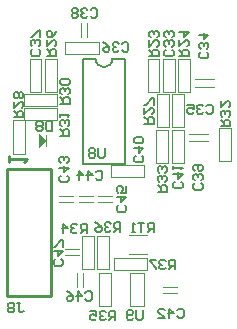
<source format=gbo>
G04*
G04 #@! TF.GenerationSoftware,Altium Limited,Altium Designer,22.10.1 (41)*
G04*
G04 Layer_Color=32896*
%FSLAX44Y44*%
%MOMM*%
G71*
G04*
G04 #@! TF.SameCoordinates,FF558BA5-466A-4189-8B58-D4AB7027BDE0*
G04*
G04*
G04 #@! TF.FilePolarity,Positive*
G04*
G01*
G75*
%ADD10C,0.2000*%
%ADD14C,0.1000*%
%ADD15C,0.2500*%
%ADD18C,0.1500*%
%ADD19C,0.2540*%
G36*
X750135Y168732D02*
X744135Y174732D01*
Y162732D01*
X750135Y168732D01*
D02*
G37*
D10*
X791929Y238000D02*
G03*
X806071Y238000I7071J0D01*
G01*
X817000D01*
X781000D02*
X791929D01*
X781000Y149000D02*
Y238000D01*
Y149000D02*
X817000D01*
Y238000D01*
D14*
X730999Y198000D02*
X758999D01*
Y208000D01*
X730999D02*
X758999D01*
X730999Y198000D02*
Y208000D01*
Y186000D02*
X758999D01*
Y196000D01*
X730999D02*
X758999D01*
X730999Y186000D02*
Y196000D01*
X750135Y163732D02*
Y173732D01*
X846000Y209999D02*
Y237999D01*
X836000D02*
X846000D01*
X836000Y209999D02*
Y237999D01*
Y209999D02*
X846000D01*
X859000D02*
Y237999D01*
X849000D02*
X859000D01*
X849000Y209999D02*
Y237999D01*
Y209999D02*
X859000D01*
X862000D02*
Y237999D01*
Y209999D02*
X872000D01*
Y237999D01*
X862000D02*
X872000D01*
X876000Y214500D02*
X892000D01*
X876000Y220500D02*
X892000D01*
X856868Y179930D02*
Y207930D01*
Y179930D02*
X866868D01*
Y207930D01*
X856868D02*
X866868D01*
X853868Y179929D02*
Y207929D01*
X843868D02*
X853868D01*
X843868Y179929D02*
Y207929D01*
Y179929D02*
X853868D01*
X870920Y174500D02*
X886920D01*
X870920Y168500D02*
X886920D01*
X866360Y149957D02*
Y177957D01*
X856360D02*
X866360D01*
X856360Y149957D02*
Y177957D01*
Y149957D02*
X866360D01*
X853360D02*
Y177957D01*
X843360D02*
X853360D01*
X843360Y149957D02*
Y177957D01*
Y149957D02*
X853360D01*
X804999Y148000D02*
X832999D01*
X804999Y138000D02*
Y148000D01*
Y138000D02*
X832999D01*
Y148000D01*
X760826Y116500D02*
X772826D01*
X760826Y121500D02*
X772826D01*
X777590Y116626D02*
X789590D01*
X777590Y121626D02*
X789590D01*
X794100D02*
X806100D01*
X794100Y116626D02*
X806100D01*
X790468Y59836D02*
Y87836D01*
X780468D02*
X790468D01*
X780468Y59836D02*
Y87836D01*
Y59836D02*
X790468D01*
X802968D02*
Y87836D01*
X792968D02*
X802968D01*
X792968Y59836D02*
Y87836D01*
Y59836D02*
X802968D01*
X776000Y44500D02*
Y56500D01*
X781000Y44500D02*
Y56500D01*
X805000Y28499D02*
Y56499D01*
X795000D02*
X805000D01*
X795000Y28499D02*
Y56499D01*
Y28499D02*
X805000D01*
X820500Y72500D02*
X835500D01*
X820500Y88500D02*
X835500D01*
X807500Y69500D02*
X835500D01*
X807500Y59500D02*
Y69500D01*
Y59500D02*
X835500D01*
Y69500D01*
X821000Y28500D02*
Y56500D01*
X833000D01*
Y28500D02*
Y56500D01*
X821000Y28500D02*
X833000D01*
X849218Y40020D02*
X861218D01*
X849218Y45020D02*
X861218D01*
X721967Y157748D02*
X731967D01*
X721967D02*
Y185748D01*
X731967D01*
Y157748D02*
Y185748D01*
X736000Y210001D02*
Y238001D01*
Y210001D02*
X746000D01*
Y238001D01*
X736000D02*
X746000D01*
X749000Y209999D02*
X759000D01*
X749000D02*
Y237999D01*
X759000D01*
Y209999D02*
Y237999D01*
X784414Y256636D02*
Y268636D01*
X779414Y256636D02*
Y268636D01*
X794401Y242396D02*
Y252396D01*
X766401Y242396D02*
X794401D01*
X766401D02*
Y252396D01*
X794401D01*
X896700Y179100D02*
X906700D01*
Y151100D02*
Y179100D01*
X896700Y151100D02*
X906700D01*
X896700D02*
Y179100D01*
X765906Y76566D02*
X777906D01*
X765906Y71566D02*
X777906D01*
D15*
X717000Y145000D02*
X754000D01*
Y37000D02*
Y145000D01*
X717000Y37000D02*
X754000D01*
X717000D02*
Y145000D01*
D18*
X761932Y199947D02*
X769929D01*
Y203946D01*
X768596Y205279D01*
X765931D01*
X764598Y203946D01*
Y199947D01*
Y202613D02*
X761932Y205279D01*
X768596Y207945D02*
X769929Y209278D01*
Y211943D01*
X768596Y213276D01*
X767264D01*
X765931Y211943D01*
Y210611D01*
Y211943D01*
X764598Y213276D01*
X763265D01*
X761932Y211943D01*
Y209278D01*
X763265Y207945D01*
X768596Y215942D02*
X769929Y217275D01*
Y219941D01*
X768596Y221274D01*
X763265D01*
X761932Y219941D01*
Y217275D01*
X763265Y215942D01*
X768596D01*
X761786Y172972D02*
X769783D01*
Y176971D01*
X768450Y178304D01*
X765785D01*
X764452Y176971D01*
Y172972D01*
Y175638D02*
X761786Y178304D01*
X768450Y180969D02*
X769783Y182302D01*
Y184968D01*
X768450Y186301D01*
X767117D01*
X765785Y184968D01*
Y183635D01*
Y184968D01*
X764452Y186301D01*
X763119D01*
X761786Y184968D01*
Y182302D01*
X763119Y180969D01*
X761786Y188967D02*
Y191632D01*
Y190300D01*
X769783D01*
X768450Y188967D01*
X755025Y184928D02*
Y176931D01*
X751026D01*
X749694Y178264D01*
Y183595D01*
X751026Y184928D01*
X755025D01*
X747028Y183595D02*
X745695Y184928D01*
X743029D01*
X741696Y183595D01*
Y182262D01*
X743029Y180929D01*
X741696Y179597D01*
Y178264D01*
X743029Y176931D01*
X745695D01*
X747028Y178264D01*
Y179597D01*
X745695Y180929D01*
X747028Y182262D01*
Y183595D01*
X745695Y180929D02*
X743029D01*
X799538Y162285D02*
Y155621D01*
X798205Y154288D01*
X795539D01*
X794207Y155621D01*
Y162285D01*
X791541Y160952D02*
X790208Y162285D01*
X787542D01*
X786209Y160952D01*
Y159619D01*
X787542Y158287D01*
X786209Y156954D01*
Y155621D01*
X787542Y154288D01*
X790208D01*
X791541Y155621D01*
Y156954D01*
X790208Y158287D01*
X791541Y159619D01*
Y160952D01*
X790208Y158287D02*
X787542D01*
X837173Y240206D02*
X845171D01*
Y244205D01*
X843838Y245538D01*
X841172D01*
X839839Y244205D01*
Y240206D01*
Y242872D02*
X837173Y245538D01*
Y253535D02*
Y248204D01*
X842505Y253535D01*
X843838D01*
X845171Y252202D01*
Y249536D01*
X843838Y248204D01*
Y256201D02*
X845171Y257534D01*
Y260200D01*
X843838Y261533D01*
X842505D01*
X841172Y260200D01*
Y258867D01*
Y260200D01*
X839839Y261533D01*
X838506D01*
X837173Y260200D01*
Y257534D01*
X838506Y256201D01*
X856525Y245538D02*
X857858Y244205D01*
Y241539D01*
X856525Y240206D01*
X851193D01*
X849860Y241539D01*
Y244205D01*
X851193Y245538D01*
X856525Y248204D02*
X857858Y249536D01*
Y252202D01*
X856525Y253535D01*
X855192D01*
X853859Y252202D01*
Y250869D01*
Y252202D01*
X852526Y253535D01*
X851193D01*
X849860Y252202D01*
Y249536D01*
X851193Y248204D01*
X856525Y256201D02*
X857858Y257534D01*
Y260200D01*
X856525Y261533D01*
X855192D01*
X853859Y260200D01*
Y258867D01*
Y260200D01*
X852526Y261533D01*
X851193D01*
X849860Y260200D01*
Y257534D01*
X851193Y256201D01*
X862694Y240486D02*
X870691D01*
Y244484D01*
X869358Y245817D01*
X866692D01*
X865359Y244484D01*
Y240486D01*
Y243151D02*
X862694Y245817D01*
Y253815D02*
Y248483D01*
X868025Y253815D01*
X869358D01*
X870691Y252482D01*
Y249816D01*
X869358Y248483D01*
X862694Y260479D02*
X870691D01*
X866692Y256480D01*
Y261812D01*
X886090Y243722D02*
X887423Y242389D01*
Y239723D01*
X886090Y238390D01*
X880759D01*
X879426Y239723D01*
Y242389D01*
X880759Y243722D01*
X886090Y246388D02*
X887423Y247720D01*
Y250386D01*
X886090Y251719D01*
X884758D01*
X883425Y250386D01*
Y249053D01*
Y250386D01*
X882092Y251719D01*
X880759D01*
X879426Y250386D01*
Y247720D01*
X880759Y246388D01*
X879426Y258384D02*
X887423D01*
X883425Y254385D01*
Y259716D01*
X885658Y197909D02*
X886990Y199242D01*
X889656D01*
X890989Y197909D01*
Y192578D01*
X889656Y191245D01*
X886990D01*
X885658Y192578D01*
X882992Y197909D02*
X881659Y199242D01*
X878993D01*
X877660Y197909D01*
Y196576D01*
X878993Y195243D01*
X880326D01*
X878993D01*
X877660Y193911D01*
Y192578D01*
X878993Y191245D01*
X881659D01*
X882992Y192578D01*
X869663Y199242D02*
X874994D01*
Y195243D01*
X872328Y196576D01*
X870996D01*
X869663Y195243D01*
Y192578D01*
X870996Y191245D01*
X873661D01*
X874994Y192578D01*
X833293Y183171D02*
X841291D01*
Y187169D01*
X839958Y188502D01*
X837292D01*
X835959Y187169D01*
Y183171D01*
Y185836D02*
X833293Y188502D01*
Y196500D02*
Y191168D01*
X838625Y196500D01*
X839958D01*
X841291Y195167D01*
Y192501D01*
X839958Y191168D01*
X841291Y199165D02*
Y204497D01*
X839958D01*
X834626Y199165D01*
X833293D01*
X881087Y132425D02*
X882420Y131092D01*
Y128427D01*
X881087Y127094D01*
X875755D01*
X874422Y128427D01*
Y131092D01*
X875755Y132425D01*
X881087Y135091D02*
X882420Y136424D01*
Y139090D01*
X881087Y140423D01*
X879754D01*
X878421Y139090D01*
Y137757D01*
Y139090D01*
X877088Y140423D01*
X875755D01*
X874422Y139090D01*
Y136424D01*
X875755Y135091D01*
Y143089D02*
X874422Y144421D01*
Y147087D01*
X875755Y148420D01*
X881087D01*
X882420Y147087D01*
Y144421D01*
X881087Y143089D01*
X879754D01*
X878421Y144421D01*
Y148420D01*
X864437Y133752D02*
X865770Y132419D01*
Y129753D01*
X864437Y128420D01*
X859105D01*
X857773Y129753D01*
Y132419D01*
X859105Y133752D01*
X857773Y140416D02*
X865770D01*
X861771Y136418D01*
Y141749D01*
X857773Y144415D02*
Y147081D01*
Y145748D01*
X865770D01*
X864437Y144415D01*
X844311Y125614D02*
X852308D01*
Y129613D01*
X850975Y130946D01*
X848309D01*
X846976Y129613D01*
Y125614D01*
Y128280D02*
X844311Y130946D01*
X850975Y133611D02*
X852308Y134944D01*
Y137610D01*
X850975Y138943D01*
X849642D01*
X848309Y137610D01*
Y136277D01*
Y137610D01*
X846976Y138943D01*
X845643D01*
X844311Y137610D01*
Y134944D01*
X845643Y133611D01*
X850975Y141609D02*
X852308Y142942D01*
Y145608D01*
X850975Y146941D01*
X849642D01*
X848309Y145608D01*
Y144275D01*
Y145608D01*
X846976Y146941D01*
X845643D01*
X844311Y145608D01*
Y142942D01*
X845643Y141609D01*
X831106Y155768D02*
X832439Y154435D01*
Y151769D01*
X831106Y150436D01*
X825774D01*
X824441Y151769D01*
Y154435D01*
X825774Y155768D01*
X824441Y162432D02*
X832439D01*
X828440Y158434D01*
Y163765D01*
X831106Y166431D02*
X832439Y167764D01*
Y170430D01*
X831106Y171763D01*
X825774D01*
X824441Y170430D01*
Y167764D01*
X825774Y166431D01*
X831106D01*
X767955Y139131D02*
X769288Y137798D01*
Y135132D01*
X767955Y133799D01*
X762624D01*
X761291Y135132D01*
Y137798D01*
X762624Y139131D01*
X761291Y145795D02*
X769288D01*
X765289Y141797D01*
Y147128D01*
X767955Y149794D02*
X769288Y151127D01*
Y153793D01*
X767955Y155126D01*
X766622D01*
X765289Y153793D01*
Y152460D01*
Y153793D01*
X763956Y155126D01*
X762624D01*
X761291Y153793D01*
Y151127D01*
X762624Y149794D01*
X792128Y141979D02*
X793461Y143311D01*
X796127D01*
X797460Y141979D01*
Y136647D01*
X796127Y135314D01*
X793461D01*
X792128Y136647D01*
X785464Y135314D02*
Y143311D01*
X789463Y139313D01*
X784131D01*
X777466Y135314D02*
Y143311D01*
X781465Y139313D01*
X776133D01*
X816444Y113909D02*
X817777Y112576D01*
Y109910D01*
X816444Y108577D01*
X811112D01*
X809779Y109910D01*
Y112576D01*
X811112Y113909D01*
X809779Y120573D02*
X817777D01*
X813778Y116574D01*
Y121906D01*
X817777Y129903D02*
Y124572D01*
X813778D01*
X815111Y127238D01*
Y128571D01*
X813778Y129903D01*
X811112D01*
X809779Y128571D01*
Y125905D01*
X811112Y124572D01*
X784506Y90337D02*
Y98334D01*
X780507D01*
X779174Y97001D01*
Y94336D01*
X780507Y93003D01*
X784506D01*
X781840D02*
X779174Y90337D01*
X776509Y97001D02*
X775176Y98334D01*
X772510D01*
X771177Y97001D01*
Y95668D01*
X772510Y94336D01*
X773843D01*
X772510D01*
X771177Y93003D01*
Y91670D01*
X772510Y90337D01*
X775176D01*
X776509Y91670D01*
X764512Y90337D02*
Y98334D01*
X768511Y94336D01*
X763179D01*
X812935Y91518D02*
Y99515D01*
X808936D01*
X807603Y98182D01*
Y95517D01*
X808936Y94184D01*
X812935D01*
X810269D02*
X807603Y91518D01*
X804938Y98182D02*
X803605Y99515D01*
X800939D01*
X799606Y98182D01*
Y96850D01*
X800939Y95517D01*
X802272D01*
X800939D01*
X799606Y94184D01*
Y92851D01*
X800939Y91518D01*
X803605D01*
X804938Y92851D01*
X791609Y99515D02*
X794274Y98182D01*
X796940Y95517D01*
Y92851D01*
X795607Y91518D01*
X792941D01*
X791609Y92851D01*
Y94184D01*
X792941Y95517D01*
X796940D01*
X783296Y39693D02*
X784628Y41026D01*
X787294D01*
X788627Y39693D01*
Y34361D01*
X787294Y33028D01*
X784628D01*
X783296Y34361D01*
X776631Y33028D02*
Y41026D01*
X780630Y37027D01*
X775298D01*
X767301Y41026D02*
X769967Y39693D01*
X772632Y37027D01*
Y34361D01*
X771299Y33028D01*
X768634D01*
X767301Y34361D01*
Y35694D01*
X768634Y37027D01*
X772632D01*
X808617Y16594D02*
Y24592D01*
X804618D01*
X803285Y23259D01*
Y20593D01*
X804618Y19260D01*
X808617D01*
X805951D02*
X803285Y16594D01*
X800620Y23259D02*
X799287Y24592D01*
X796621D01*
X795288Y23259D01*
Y21926D01*
X796621Y20593D01*
X797954D01*
X796621D01*
X795288Y19260D01*
Y17927D01*
X796621Y16594D01*
X799287D01*
X800620Y17927D01*
X787290Y24592D02*
X792622D01*
Y20593D01*
X789956Y21926D01*
X788623D01*
X787290Y20593D01*
Y17927D01*
X788623Y16594D01*
X791289D01*
X792622Y17927D01*
X841193Y91137D02*
Y99134D01*
X837194D01*
X835861Y97802D01*
Y95136D01*
X837194Y93803D01*
X841193D01*
X838527D02*
X835861Y91137D01*
X833196Y99134D02*
X827864D01*
X830530D01*
Y91137D01*
X825198D02*
X822532D01*
X823865D01*
Y99134D01*
X825198Y97802D01*
X859099Y59793D02*
Y67791D01*
X855101D01*
X853768Y66458D01*
Y63792D01*
X855101Y62459D01*
X859099D01*
X856434D02*
X853768Y59793D01*
X851102Y66458D02*
X849769Y67791D01*
X847103D01*
X845770Y66458D01*
Y65125D01*
X847103Y63792D01*
X848436D01*
X847103D01*
X845770Y62459D01*
Y61126D01*
X847103Y59793D01*
X849769D01*
X851102Y61126D01*
X843105Y67791D02*
X837773D01*
Y66458D01*
X843105Y61126D01*
Y59793D01*
X831720Y25100D02*
Y18435D01*
X830387Y17102D01*
X827721D01*
X826388Y18435D01*
Y25100D01*
X823723Y18435D02*
X822390Y17102D01*
X819724D01*
X818391Y18435D01*
Y23767D01*
X819724Y25100D01*
X822390D01*
X823723Y23767D01*
Y22434D01*
X822390Y21101D01*
X818391D01*
X861051Y25126D02*
X862384Y26459D01*
X865050D01*
X866383Y25126D01*
Y19794D01*
X865050Y18461D01*
X862384D01*
X861051Y19794D01*
X854387Y18461D02*
Y26459D01*
X858385Y22460D01*
X853054D01*
X845056Y18461D02*
X850388D01*
X845056Y23793D01*
Y25126D01*
X846389Y26459D01*
X849055D01*
X850388Y25126D01*
X725620Y31297D02*
X728286D01*
X726953D01*
Y24633D01*
X728286Y23300D01*
X729619D01*
X730952Y24633D01*
X722954Y29964D02*
X721621Y31297D01*
X718956D01*
X717623Y29964D01*
Y28632D01*
X718956Y27299D01*
X717623Y25966D01*
Y24633D01*
X718956Y23300D01*
X721621D01*
X722954Y24633D01*
Y25966D01*
X721621Y27299D01*
X722954Y28632D01*
Y29964D01*
X721621Y27299D02*
X718956D01*
X722625Y188485D02*
X730623D01*
Y192484D01*
X729290Y193817D01*
X726624D01*
X725291Y192484D01*
Y188485D01*
Y191151D02*
X722625Y193817D01*
Y201814D02*
Y196483D01*
X727957Y201814D01*
X729290D01*
X730623Y200482D01*
Y197816D01*
X729290Y196483D01*
Y204480D02*
X730623Y205813D01*
Y208479D01*
X729290Y209812D01*
X727957D01*
X726624Y208479D01*
X725291Y209812D01*
X723958D01*
X722625Y208479D01*
Y205813D01*
X723958Y204480D01*
X725291D01*
X726624Y205813D01*
X727957Y204480D01*
X729290D01*
X726624Y205813D02*
Y208479D01*
X743628Y246014D02*
X744961Y244681D01*
Y242015D01*
X743628Y240682D01*
X738297D01*
X736964Y242015D01*
Y244681D01*
X738297Y246014D01*
X743628Y248680D02*
X744961Y250013D01*
Y252679D01*
X743628Y254011D01*
X742295D01*
X740962Y252679D01*
Y251346D01*
Y252679D01*
X739630Y254011D01*
X738297D01*
X736964Y252679D01*
Y250013D01*
X738297Y248680D01*
X744961Y256677D02*
Y262009D01*
X743628D01*
X738297Y256677D01*
X736964D01*
X750597Y240517D02*
X758595D01*
Y244516D01*
X757262Y245849D01*
X754596D01*
X753263Y244516D01*
Y240517D01*
Y243183D02*
X750597Y245849D01*
Y253846D02*
Y248515D01*
X755929Y253846D01*
X757262D01*
X758595Y252514D01*
Y249848D01*
X757262Y248515D01*
X758595Y261844D02*
X757262Y259178D01*
X754596Y256512D01*
X751930D01*
X750597Y257845D01*
Y260511D01*
X751930Y261844D01*
X753263D01*
X754596Y260511D01*
Y256512D01*
X787683Y279367D02*
X789016Y280700D01*
X791682D01*
X793015Y279367D01*
Y274035D01*
X791682Y272703D01*
X789016D01*
X787683Y274035D01*
X785018Y279367D02*
X783685Y280700D01*
X781019D01*
X779686Y279367D01*
Y278034D01*
X781019Y276701D01*
X782352D01*
X781019D01*
X779686Y275368D01*
Y274035D01*
X781019Y272703D01*
X783685D01*
X785018Y274035D01*
X777020Y279367D02*
X775687Y280700D01*
X773021D01*
X771689Y279367D01*
Y278034D01*
X773021Y276701D01*
X771689Y275368D01*
Y274035D01*
X773021Y272703D01*
X775687D01*
X777020Y274035D01*
Y275368D01*
X775687Y276701D01*
X777020Y278034D01*
Y279367D01*
X775687Y276701D02*
X773021D01*
X814296Y250614D02*
X815629Y251947D01*
X818295D01*
X819628Y250614D01*
Y245283D01*
X818295Y243950D01*
X815629D01*
X814296Y245283D01*
X811630Y250614D02*
X810297Y251947D01*
X807632D01*
X806299Y250614D01*
Y249281D01*
X807632Y247948D01*
X808965D01*
X807632D01*
X806299Y246616D01*
Y245283D01*
X807632Y243950D01*
X810297D01*
X811630Y245283D01*
X798301Y251947D02*
X800967Y250614D01*
X803633Y247948D01*
Y245283D01*
X802300Y243950D01*
X799634D01*
X798301Y245283D01*
Y246616D01*
X799634Y247948D01*
X803633D01*
X897777Y180821D02*
X905775D01*
Y184820D01*
X904442Y186153D01*
X901776D01*
X900443Y184820D01*
Y180821D01*
Y183487D02*
X897777Y186153D01*
X904442Y188818D02*
X905775Y190151D01*
Y192817D01*
X904442Y194150D01*
X903109D01*
X901776Y192817D01*
Y191484D01*
Y192817D01*
X900443Y194150D01*
X899110D01*
X897777Y192817D01*
Y190151D01*
X899110Y188818D01*
X897777Y202147D02*
Y196816D01*
X903109Y202147D01*
X904442D01*
X905775Y200815D01*
Y198149D01*
X904442Y196816D01*
X763015Y68284D02*
X764348Y66951D01*
Y64285D01*
X763015Y62952D01*
X757683D01*
X756350Y64285D01*
Y66951D01*
X757683Y68284D01*
X756350Y74948D02*
X764348D01*
X760349Y70950D01*
Y76281D01*
X764348Y78947D02*
Y84279D01*
X763015D01*
X757683Y78947D01*
X756350D01*
D19*
X718540Y150540D02*
Y155618D01*
Y153079D01*
X733775D01*
X731236Y150540D01*
M02*

</source>
